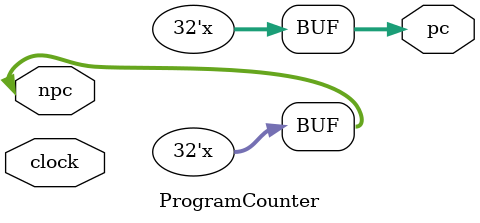
<source format=v>
`timescale 1 ns/1 ps


module ARM_Decode(
	input clock,
	input [31:0] instruction,
	input [31:0] pc,
	//
	output reg [4:0] reg1,
	output reg [4:0] reg2,
	output reg [63:0] se,
	output reg Ubranch,
	output reg Branch,
	output reg MemRead,
	output reg MemWrite,
	output reg RegWrite,
	output reg [3:0] ALUop,
	output reg [4:0] WBReg,
	output [31:0] pcout
);
	reg [31:0] tmp;
	assign pcout = pc;
	initial begin
		reg1 = 0;	
		reg2 = 0;
		se = 0;
		Ubranch = 0;
		Branch = 0;
		MemRead = 0;
		MemWrite = 0;
		RegWrite = 0;	
		ALUop = 0;
		WBReg = 0;
	end
	always @(*) begin // At any time the clock changes, set all outputs to zero to clear previous instruction
		reg1 = 0;	
		reg2 = 0;
		se = 0;
		Ubranch = 0;
		Branch = 0;
		MemRead = 0;
		MemWrite = 0;
		RegWrite = 0;	
		ALUop = 0;
		WBReg = 0;
		
		tmp = instruction >> 26; // Extract the opcode if it's 6 bits long
		if (tmp == 6'b000101) begin // It's a Branch
			Ubranch = 1; // Branch no matter what
			se = instruction & 25'h1FFFFFF; // Offset from base address
			ALUop = 4'b0111; // ALU function pass input b
		end
		
		tmp = instruction >> 24; // Extract the opcode if it's 8 bits long
		if (tmp == 8'b10110100) begin // It's a Branch if Zero
			Branch = 1; // Check with zero to branch
			se = (instruction >> 5) & 19'h7FFFF; 
			ALUop = 4'b0111; // ALU function pass input b
			reg2 = instruction & 5'h1F; // Register to check if zero
		end
		
		tmp = instruction >> 21; // Default to last possibility
		
		case (tmp)
			11'b11111000000: begin // It's a Store
				MemWrite = 1; // We're writing to memory
				reg1 = (instruction >> 5) & 5'h1F; // Base address of destination
				reg2 = instruction & 5'h1F; // Data to store
				se = (instruction >> 12) & 9'h1FF; // Offset from base address
				MemWrite = 1; // We're writing to memory
				ALUop = 4'b0010; // Add base address and offset
			end	
			11'b11111000010: begin // It's a Load
				reg1 = (instruction >> 5) & 5'h1F; // Base address of source
				se = (instruction >> 12) & 9'h1FF; // Offset from base address
				WBReg = instruction & 5'h1F; // The register we load into
				RegWrite = 1; // We're writing to a register
				MemRead = 1; // We're reading from memory
				ALUop = 4'b0010; // Add base address and offset
			end
			11'b10001011000: begin // It's an Add
				reg1 = (instruction >> 5) & 5'h1F; // Operand 1
				reg2 = (instruction >> 16) & 5'h1F; // Operand 2
				WBReg = instruction & 5'h1F; // Where we write back to
				ALUop = 4'b0010; // Set ALU to Add
				RegWrite = 1; // We're writing to a register
				//$display("Decoded an Add instruction");
				//$display("reg1: %d", reg1);
				//$display("reg2: %d", reg2);
				//$display("ALUop: %b", ALUop);
				//$display("WB Reg: %d", WBReg);
			end
			11'b11001011000: begin // It's a Sub
				reg1 = (instruction >> 5) & 5'h1F; // Operand 1
				reg2 = (instruction >> 16) & 5'h1F; // Operand 2
				WBReg = instruction & 5'h1F; // Where we write back to
				ALUop = 4'b0110; // Set ALU to Sub
				RegWrite = 1; // We're writing to a register
			end
			11'b10001010000: begin // It's an And
				reg1 = (instruction >> 5) & 5'h1F; // Operand 1
				reg2 = (instruction >> 16) & 5'h1F; // Operand 2
				WBReg = instruction & 5'h1F; // Where we write back to
				ALUop = 4'b0000; // Set ALU to And
				RegWrite = 1; // We're writing to a register
			end
			11'b10101010000: begin // It's an Or
				reg1 = (instruction >> 5) & 5'h1F; // Operand 1
				reg2 = (instruction >> 16) & 5'h1F; // Operand 2
				WBReg = instruction & 5'h1F; // Where we write back to
				ALUop = 4'b0001; // Set ALU to Or
				RegWrite = 1; // We're writing to a register
			end
			default: begin
				ALUop = 4'b1111;
			end
		endcase
	end
endmodule

// The purpose of ARM_Execute is to receive the decoded instruction,
// execute the instruction, output to the register file, and to update the program counter

module ARM_Execute(
  input clock,
  input [31:0] pcin,
  input [63:0] reg1data,
  input [63:0] reg2data,
  input [63:0] se,
  input Ubranch,
  input Branch,
  input MemRead,
  input MemWrite,
  input RegWrite,
  input [3:0] ALUop,
  input [4:0] WBReg,
  //
  output reg [31:0] pcout,
  output reg [63:0] result,
  output reg [4:0] destreg,
  output reg isMemReading,
  output reg isMemWriting
  //output reg isRegWriting
  //output reg stepout
);
	reg [63:0] ALU_in1;
	reg [63:0] ALU_in2;
	reg [3:0] ALU_op;
	reg mainALU_Z;
	initial begin
		ALU_in1 = 0;
		ALU_in2 = 0;
		ALU_op = 0;
		mainALU_Z = 0;
		pcout = 0;
		destreg = 0;
	end
	always @(ALU_in1 or ALU_in2 or ALUop) begin
		case(ALUop)
			4'b0000: result = ALU_in1 & ALU_in2;
			4'b0001: result = ALU_in1 | ALU_in2;
			4'b0010: result = ALU_in1 + ALU_in2;
			4'b0110: result = ALU_in1 - ALU_in2;
			4'b0111: result = ALU_in1;
			4'b1100: result = ~(ALU_in1 | ALU_in2);
			4'b1111: result = 0;
		endcase
		if (result == 0) begin
			mainALU_Z = 1;
		end
		else begin
			mainALU_Z = 0;
		end
		if ((mainALU_Z & Branch) | Ubranch) begin
			pcout = pcin + se;
		end
	end
	always @(clock) begin
		result = 0;
		destreg = 0;
		isMemReading = 0;
		isMemWriting = 0;
	end
  always @(*) begin
    // We only assume positive number branches for this implementation
    if (Ubranch) begin // We're dealing with an unconditional branch and just need to update PC
      pcout = pcin + se; // Update the PC and finish instruction execution
    end
    else if (Branch) begin // We're dealing with a CBZ and need to compare before the PC gets updated
      ALU_in2 <= reg2data; // Check if this is zero
		ALU_op <= ALUop;
    end
    else if (MemWrite) begin // We're dealing with a store and will need to access memory
      ALU_in1 <= reg1data; // This is the base address
      ALU_in2 <= se; // Add the offset
      ALU_op <= ALUop; // This is the ALU Operation
      isMemWriting <= 1; // We're writing to memory
      //pcout = pcin + 1; // Move on to next instruction
      $display("Executed a Store operation");
    end
    else if (MemRead) begin // We're dealing with a load and will need to write to the register file
      ALU_in1 <= reg1data; // This is the base address
      ALU_in2 <= se; // Add the offset
      ALU_op <= ALUop; // This is the ALU Operation
      destreg <= WBReg; // Forward our destination write register to memory
      isMemReading <= 1; // We're reading from memory
      isMemWriting <= 0; // We're writing to a register
      //pcout = pcin + 1; // Move on to next instruction
      $display("Executed a Load operation");
    end
    else if (~MemRead & RegWrite) begin // We're dealing with an R type instruction. Execute and write back to register
      ALU_in1 <= reg1data; // This is operand #1
      ALU_in2 <= reg2data; // This is operand #2
		ALU_op <= ALUop; // This is the ALU Operation
      destreg <= WBReg; // Forward our destination write register to memory
      isMemWriting <= 0; // We're writing to a register, so toggle
      //pcout = pcin + 1; // Move on to next instruction
      $display("Executed an R-Type operation.");
      $display("reg1data: %d", reg1data);
      $display("reg2data: %d", reg2data);
      $display("ALUop: %d", ALUop);
      $display("result: %d", result);
      $display("Writeback Reg: %d", destreg);
    end
  end
  
endmodule

// ALU was designed as part of a bottoms up approach to creating the processor 

module ALU(
	input [63:0] A,
	input [63:0] B,
	input [3:0] ALUc,
	output reg Z,
	output reg [63:0] C
);

  always @(A or B or ALUc) begin
    case(ALUc)
      4'b0000: C = A & B;
      4'b0001: C = A | B;
      4'b0010: C = A + B;
      4'b0110: C = A - B;
      4'b0111: C = B;
      4'b1100: C = ~(A | B);
    endcase
    if (C == 0) begin
      Z = 1;
    end
    else begin
      Z = 0;
    end
    $monitor("ALU Changed Output To: %d", C);
  end
endmodule
/////
/////
/////
module DeMux64(
	input [63:0] in,
	input selection,
	//
	output reg [63:0] out1,
	output reg [63:0] out2
);
	initial begin
		out1 = 0;
		out2 = 0;
	end
	always @(*) begin
		case(selection)
			1: out1 = in; 
			0: out2 = in;
		endcase
	end
endmodule
module Mux64(
	input [63:0] in1,
	input [63:0] in2,
	input selection,
	//
	output reg [63:0] out
);
	initial begin
		out = 0;
	end
	always @(*) begin
		case(selection)
			0: out = in1;
			1: out = in2;
		endcase
	end
endmodule
module DeMux32 (
	input [31:0] in,
	input selection,
	//
	output reg [31:0] out1,
	output reg [31:0] out2
);
	initial begin
		out1 = 0;
		out2 = 0;
	end
	always @(*) begin
		case(selection)
			1: out1 = in; 
			0: out2 = in;
		endcase
	end
endmodule
module Mux32(
	input [31:0] in1,
	input [31:0] in2,
	input selection,
	//
	output reg [31:0] out
);
	initial begin
		out = 0;
	end
	always @(*) begin
		case(selection)
			0: out = in1;
			1: out = in2;
		endcase
	end
endmodule
module DeMux5(
	input [4:0] in,
	input selection,
	//
	output reg [4:0] out1,
	output reg [4:0] out2
);
	initial begin
		out1 = 0;
		out2 = 0;
	end
	always @(*) begin
		case(selection)
			1: out1 = in; 
			0: out2 = in;
		endcase
	end
endmodule
module Mux5(
	input [4:0] in1,
	input [4:0] in2,
	input selection,
	//
	output reg [4:0] out
);
	initial begin
		out = 0;
	end
	always @(*) begin
		case(selection)
			0: out = in1;
			1: out = in2;
		endcase
	end
endmodule
module DeMux4(
	input [3:0] in,
	input selection,
	//
	output reg [3:0] out1,
	output reg [3:0] out2
);
	initial begin
		out1 = 0;
		out2 = 0;
	end
	always @(*) begin
		case(selection)
			1: out1 = in; 
			0: out2 = in;
		endcase
	end
endmodule
module Mux4(
	input [3:0] in1,
	input [3:0] in2,
	input selection,
	//
	output reg [3:0] out
);
	initial begin
		out = 0;
	end
	always @(*) begin
		case(selection)
			0: out = in1;
			1: out = in2;
		endcase
	end
endmodule
module DeMux1(
	input in,
	input selection,
	//
	output reg out1,
	output reg out2
);
	initial begin
		out1 = 0;
		out2 = 0;
	end
	always @(*) begin
		case(selection)
			1: out1 = in; 
			0: out2 = in;
		endcase
	end
endmodule
module Mux1(
	input in1,
	input in2,
	input selection,
	//
	output reg out
);
	initial begin
		out = 0;
	end
	always @(*) begin
		case(selection)
			0: out = in1;
			1: out = in2;
		endcase
	end
endmodule
/////
/////
/////
module StagingMemoryFD(
	input clock,
	input wire [31:0] instage1,
	input wire [31:0] instage2,
	//
	output [31:0] outstage1,
	output [31:0] outstage2
);
	wire [31:0] buffers32 [1:4];
	reg [31:0] bufferStore32 [1:4];
	wire selection = clock;
	integer i;
	
	DeMux32 stage1DeMux(.in(instage1), .out1(buffers32[1]), .out2(buffers32[2]), .selection(selection));
	Mux32 stage1Mux(.in1(bufferStore32[1]), .in2(bufferStore32[2]), .out(outstage1), .selection(selection));
	DeMux32 stage2DeMux(.in(instage2), .out1(buffers32[3]), .out2(buffers32[4]), .selection(selection));
	Mux32 stage2Mux(.in1(bufferStore32[3]), .in2(bufferStore32[4]), .out(outstage2), .selection(selection));
	
	initial begin
		for (i = 1; i <= 4; i = i + 1) begin
			bufferStore32[i] = 0;
		end
	end
	always @(clock) begin
		for (i = 1; i <= 4; i = i + 1) begin
			bufferStore32[i] = buffers32[i];
		end
	end
endmodule
module StagingMemoryDE(
	input clock,
	input wire [31:0] instage1,
	input wire [63:0] instage2,
	input wire [63:0] instage3,
	input wire [63:0] instage4,
	input wire instage5,
	input wire instage6,
	input wire instage7,
	input wire instage8,
	input wire instage9,
	input wire [3:0] instage10,
	input wire [4:0] instage11,
	//
	output [31:0] outstage1,
	output [63:0] outstage2,
	output [63:0] outstage3,
	output [63:0] outstage4,
	output outstage5,
	output outstage6,
	output outstage7,
	output outstage8,
	output outstage9,
	output [3:0] outstage10,
	output [4:0] outstage11
);
	wire [31:0] buffers32 [1:2];
	reg [31:0] bufferStore32 [1:2];
	wire [63:0] buffers64 [1:8];
	reg [63:0] bufferStore64 [1:8];
	wire buffers1 [1:10];
	reg bufferStore1 [1:10];
	wire [3:0] buffers4 [1:2];
	reg [3:0] bufferStore4 [1:2];
	wire [4:0] buffers5 [1:2];
	reg [4:0] bufferStore5 [1:2];
	wire selection = clock;
	integer i;
	
	DeMux32 stage1DeMux(.in(instage1), .out1(buffers32[1]), .out2(buffers32[2]), .selection(selection));
	Mux32 stage1Mux(.in1(bufferStore32[1]), .in2(bufferStore32[2]), .out(outstage1), .selection(selection));
	
	DeMux64 stage2DeMux(.in(instage2), .out1(buffers64[1]), .out2(buffers64[2]), .selection(selection));
	Mux64 stage2Mux(.in1(bufferStore64[1]), .in2(bufferStore64[2]), .out(outstage2), .selection(selection));
	DeMux64 stage3DeMux(.in(instage3), .out1(buffers64[3]), .out2(buffers64[4]), .selection(selection));
	Mux64 stage3Mux(.in1(bufferStore64[3]), .in2(bufferStore64[4]), .out(outstage3), .selection(selection));
	DeMux64 stage4DeMux(.in(instage4), .out1(buffers64[5]), .out2(buffers64[6]), .selection(selection));
	Mux64 stage4Mux(.in1(bufferStore64[5]), .in2(bufferStore64[6]), .out(outstage4), .selection(selection));
	
	DeMux1 stage5DeMux(.in(instage5), .out1(buffers1[1]), .out2(buffers1[2]), .selection(selection));
	Mux1 stage5Mux(.in1(bufferStore1[1]), .in2(bufferStore1[2]), .out(outstage5), .selection(selection));
	DeMux1 stage6DeMux(.in(instage6), .out1(buffers1[3]), .out2(buffers1[4]), .selection(selection));
	Mux1 stage6Mux(.in1(bufferStore1[3]), .in2(bufferStore1[4]), .out(outstage6), .selection(selection));
	DeMux1 stage7DeMux(.in(instage7), .out1(buffers1[5]), .out2(buffers1[6]), .selection(selection));
	Mux1 stage7Mux(.in1(bufferStore1[5]), .in2(bufferStore1[6]), .out(outstage7), .selection(selection));
	DeMux1 stage8DeMux(.in(instage8), .out1(buffers1[7]), .out2(buffers1[8]), .selection(selection));
	Mux1 stage8Mux(.in1(bufferStore1[7]), .in2(bufferStore1[8]), .out(outstage8), .selection(selection));
	DeMux1 stage9DeMux(.in(instage9), .out1(buffers1[9]), .out2(buffers1[10]), .selection(selection));
	Mux1 stage9Mux(.in1(bufferStore1[9]), .in2(bufferStore1[10]), .out(outstage9), .selection(selection));
	
	DeMux4 stage10DeMux(.in(instage10), .out1(buffers4[1]), .out2(buffers4[2]), .selection(selection));
	Mux4 stage10Mux(.in1(bufferStore4[1]), .in2(bufferStore4[2]), .out(outstage10), .selection(selection));
	
	DeMux5 stage11DeMux(.in(instage11), .out1(buffers5[1]), .out2(buffers5[2]), .selection(selection));
	Mux5 stage11Mux(.in1(bufferStore5[1]), .in2(bufferStore5[2]), .out(outstage11), .selection(selection));
	
	initial begin
		for (i = 1; i <= 10; i = i + 1) begin
			bufferStore64[i] = 0;
			bufferStore32[i] = 0;
			bufferStore1[i] = 0;
			bufferStore4[i] = 0;
			bufferStore5[i] = 0;
		end
	end
	always @(clock) begin
		for (i = 1; i <= 10; i = i + 1) begin
			bufferStore64[i] = buffers64[i];
			bufferStore32[i] = buffers32[i];
			bufferStore1[i] = buffers1[i];
			bufferStore4[i] = buffers4[i];
			bufferStore5[i] = buffers5[i];
		end
	end
endmodule

module StagingMemoryEM(	
	input clock,
	input wire [63:0] instage1,
	input wire instage2,
	input wire instage3,
	//input wire instage4,
	input wire [4:0] instage5,
	//
	output [63:0] outstage1,
	output outstage2,
	output outstage3,
	//output outstage4,
	output [4:0] outstage5
);
	wire [63:0] buffers64 [1:2];
	reg [63:0] bufferStore64 [1:2];
	wire [4:0] buffers5 [1:2];
	reg [4:0] bufferStore5 [1:2];
	wire buffers1 [1:6];
	reg bufferStore1 [1:6];
	wire selection = clock;
	integer i;
	
	DeMux64 stage1DeMux(.in(instage1), .out1(buffers64[1]), .out2(buffers64[2]), .selection(selection));
	Mux64 stage1Mux(.in1(bufferStore64[1]), .in2(bufferStore64[2]), .out(outstage1), .selection(selection));
	
	DeMux1 stage2DeMux(.in(instage2), .out1(buffers1[1]), .out2(buffers1[2]), .selection(selection));
	Mux1 stage2Mux(.in1(bufferStore1[1]), .in2(bufferStore1[2]), .out(outstage2), .selection(selection));
	DeMux1 stage3DeMux(.in(instage3), .out1(buffers1[3]), .out2(buffers1[4]), .selection(selection));
	Mux1 stage3Mux(.in1(bufferStore1[3]), .in2(bufferStore1[4]), .out(outstage3), .selection(selection));
	//DeMux1 stage4DeMux(.in(instage4), .out1(buffers1[5]), .out2(buffers1[6]), .selection(selection));
	//Mux1 stage4Mux(.in1(bufferStore1[5]), .in2(bufferStore1[6]), .out(outstage4), .selection(selection));
	
	DeMux5 stage5DeMux(.in(instage5), .out1(buffers5[1]), .out2(buffers5[2]), .selection(selection));
	Mux5 stage5Mux(.in1(bufferStore5[1]), .in2(bufferStore5[2]), .out(outstage5), .selection(selection));

	
	initial begin
		for (i = 1; i <= 10; i = i + 1) begin
			bufferStore64[i] = 0;
			bufferStore5[i] = 0;
			bufferStore1[i] = 0;
		end
	end
	always @(clock) begin
		for (i = 1; i <= 10; i = i + 1) begin
			bufferStore64[i] = buffers64[i];
			bufferStore5[i] = buffers5[i];
			bufferStore1[i] = buffers1[i];
		end
	end
endmodule

module StagingMemoryMW(
	input clock,
	input wire [4:0] instage1,
	input wire [63:0] instage2,
	input wire instage3,
	//
	output [4:0] outstage1,
	output [63:0] outstage2,
	output outstage3
);
	wire [63:0] buffers64 [1:2];
	reg [63:0] bufferStore64 [1:2];
	wire [4:0] buffers5 [1:2];
	reg [4:0] bufferStore5 [1:2];
	wire buffers1 [1:2];
	reg bufferStore1 [1:2];
	wire selection = clock;
	integer i;
	
	DeMux5 stage1DeMux(.in(instage1), .out1(buffers5[1]), .out2(buffers5[2]), .selection(selection));
	Mux5 stage1Mux(.in1(bufferStore5[1]), .in2(bufferStore5[2]), .out(outstage1), .selection(selection));
	
	DeMux64 stage2DeMux(.in(instage2), .out1(buffers64[1]), .out2(buffers64[2]), .selection(selection));
	Mux64 stage2Mux(.in1(bufferStore64[1]), .in2(bufferStore64[2]), .out(outstage2), .selection(selection));
	
	DeMux1 stage3DeMux(.in(instage3), .out1(buffers1[1]), .out2(buffers1[2]), .selection(selection));
	Mux1 stage3Mux(.in1(bufferStore1[1]), .in2(bufferStore1[2]), .out(outstage3), .selection(selection));
	
	initial begin
		for (i = 1; i <= 4; i = i + 1) begin
			bufferStore64[i] = 0;
			bufferStore5[i] = 0;
			bufferStore1[i] = 0;
		end
	end
	always @(clock) begin
		for (i = 1; i <= 2; i = i + 1) begin
			bufferStore64[i] = buffers64[i];
			bufferStore5[i] = buffers5[i];
			bufferStore1[i] = buffers1[i];
		end
	end
endmodule
/////
/////
/////
module RegisterMemory(
	input clock,
	input [4:0] reg1,
	input [4:0] reg2,
	input [4:0] writeTo,
	input [63:0] writeData,
	input isWriting,
	//
	output reg [63:0] reg1data,
	output reg [63:0] reg2data
);
  reg [63:0] regFile [0:31];
  integer index;
  integer i;
  initial begin
	 reg1data = 0;
	 reg2data = 0;
    index = 0;
    for (i = 0; i < 32; i = i + 1) begin
      regFile[i] = 0;
    end
    // Load in register initializations
	 for (i = 0; i < 32; i = i + 1) begin
	   regFile[i] = i * 100;
	 end
  end
  always @(clock or reg1 or reg2) begin
    reg1data = regFile[reg1];
    reg2data = regFile[reg2];
  end
  always @(isWriting) begin
    index = writeTo;
    regFile[index] = writeData;
    $display("Writing %d to %d", regFile[index], index);
  end
    
endmodule

module ProgramCounter(
  input clock,
  input [31:0] npc,
  //
  output reg [31:0] pc
);
  initial begin
    pc = 0;
  end
  always @(clock) begin
    pc = pc + 1;
  end
  always @(npc) begin
	 pc = npc;
  end
endmodule
</source>
